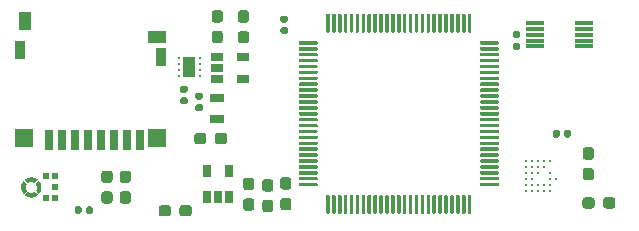
<source format=gbr>
G04 #@! TF.GenerationSoftware,KiCad,Pcbnew,(5.1.6)-1*
G04 #@! TF.CreationDate,2021-02-18T21:14:00+09:00*
G04 #@! TF.ProjectId,guardianCam_Wifi,67756172-6469-4616-9e43-616d5f576966,rev?*
G04 #@! TF.SameCoordinates,Original*
G04 #@! TF.FileFunction,Paste,Bot*
G04 #@! TF.FilePolarity,Positive*
%FSLAX46Y46*%
G04 Gerber Fmt 4.6, Leading zero omitted, Abs format (unit mm)*
G04 Created by KiCad (PCBNEW (5.1.6)-1) date 2021-02-18 21:14:00*
%MOMM*%
%LPD*%
G01*
G04 APERTURE LIST*
%ADD10C,0.001000*%
%ADD11C,0.250000*%
%ADD12R,0.762000X1.803400*%
%ADD13R,1.498600X1.498600*%
%ADD14R,0.838200X1.549400*%
%ADD15R,1.549400X1.041400*%
%ADD16R,1.041400X1.549400*%
%ADD17R,1.498600X0.304800*%
%ADD18R,1.060000X0.650000*%
%ADD19R,0.650000X1.060000*%
%ADD20R,1.000000X1.800000*%
%ADD21R,0.250000X0.200000*%
%ADD22R,0.522000X0.600000*%
%ADD23R,1.200000X0.800000*%
G04 APERTURE END LIST*
D10*
G36*
X85370000Y-98905000D02*
G01*
X85275000Y-98810000D01*
X85300000Y-98760000D01*
X85325000Y-98705000D01*
X85340000Y-98650000D01*
X85350000Y-98590000D01*
X85353603Y-98530000D01*
X85340000Y-98410000D01*
X85301537Y-98305391D01*
X85266172Y-98247334D01*
X85365000Y-98145000D01*
X85480000Y-98030000D01*
X85540000Y-98120000D01*
X85590000Y-98220000D01*
X85620000Y-98300000D01*
X85640000Y-98390000D01*
X85650000Y-98530000D01*
X85636203Y-98690191D01*
X85590000Y-98840000D01*
X85540000Y-98945000D01*
X85485309Y-99019766D01*
X85370000Y-98905000D01*
G37*
X85370000Y-98905000D02*
X85275000Y-98810000D01*
X85300000Y-98760000D01*
X85325000Y-98705000D01*
X85340000Y-98650000D01*
X85350000Y-98590000D01*
X85353603Y-98530000D01*
X85340000Y-98410000D01*
X85301537Y-98305391D01*
X85266172Y-98247334D01*
X85365000Y-98145000D01*
X85480000Y-98030000D01*
X85540000Y-98120000D01*
X85590000Y-98220000D01*
X85620000Y-98300000D01*
X85640000Y-98390000D01*
X85650000Y-98530000D01*
X85636203Y-98690191D01*
X85590000Y-98840000D01*
X85540000Y-98945000D01*
X85485309Y-99019766D01*
X85370000Y-98905000D01*
G36*
X85225000Y-98000000D02*
G01*
X85120000Y-98105000D01*
X85070000Y-98070000D01*
X84960000Y-98030000D01*
X84840000Y-98016397D01*
X84720000Y-98030000D01*
X84615391Y-98068463D01*
X84557334Y-98108828D01*
X84460000Y-98010000D01*
X84340000Y-97890000D01*
X84435000Y-97825000D01*
X84530000Y-97780000D01*
X84610000Y-97750000D01*
X84700000Y-97730000D01*
X84780000Y-97720000D01*
X84905000Y-97720000D01*
X85000191Y-97733797D01*
X85075000Y-97750000D01*
X85150000Y-97780000D01*
X85245000Y-97825000D01*
X85339766Y-97889691D01*
X85225000Y-98000000D01*
G37*
X85225000Y-98000000D02*
X85120000Y-98105000D01*
X85070000Y-98070000D01*
X84960000Y-98030000D01*
X84840000Y-98016397D01*
X84720000Y-98030000D01*
X84615391Y-98068463D01*
X84557334Y-98108828D01*
X84460000Y-98010000D01*
X84340000Y-97890000D01*
X84435000Y-97825000D01*
X84530000Y-97780000D01*
X84610000Y-97750000D01*
X84700000Y-97730000D01*
X84780000Y-97720000D01*
X84905000Y-97720000D01*
X85000191Y-97733797D01*
X85075000Y-97750000D01*
X85150000Y-97780000D01*
X85245000Y-97825000D01*
X85339766Y-97889691D01*
X85225000Y-98000000D01*
G36*
X84310000Y-98150000D02*
G01*
X84415000Y-98250000D01*
X84380000Y-98300000D01*
X84340000Y-98410000D01*
X84326397Y-98530000D01*
X84340000Y-98650000D01*
X84378463Y-98754609D01*
X84413828Y-98817666D01*
X84315000Y-98915000D01*
X84200000Y-99030000D01*
X84135000Y-98935000D01*
X84090000Y-98840000D01*
X84060000Y-98750000D01*
X84040000Y-98670000D01*
X84030000Y-98530000D01*
X84043797Y-98369809D01*
X84090000Y-98220000D01*
X84150000Y-98105000D01*
X84194691Y-98035234D01*
X84310000Y-98150000D01*
G37*
X84310000Y-98150000D02*
X84415000Y-98250000D01*
X84380000Y-98300000D01*
X84340000Y-98410000D01*
X84326397Y-98530000D01*
X84340000Y-98650000D01*
X84378463Y-98754609D01*
X84413828Y-98817666D01*
X84315000Y-98915000D01*
X84200000Y-99030000D01*
X84135000Y-98935000D01*
X84090000Y-98840000D01*
X84060000Y-98750000D01*
X84040000Y-98670000D01*
X84030000Y-98530000D01*
X84043797Y-98369809D01*
X84090000Y-98220000D01*
X84150000Y-98105000D01*
X84194691Y-98035234D01*
X84310000Y-98150000D01*
G36*
X84455000Y-99060000D02*
G01*
X84555000Y-98960000D01*
X84610000Y-98995000D01*
X84720000Y-99035000D01*
X84720000Y-99040000D01*
X84730000Y-99035000D01*
X84835000Y-99050000D01*
X84845000Y-99053603D01*
X84845000Y-99050000D01*
X84965000Y-99035000D01*
X85064609Y-98991537D01*
X85132666Y-98956172D01*
X85230000Y-99055000D01*
X85345000Y-99165000D01*
X85250000Y-99230000D01*
X85150000Y-99280000D01*
X85060000Y-99310000D01*
X84980000Y-99330000D01*
X84840000Y-99340000D01*
X84679809Y-99326203D01*
X84530000Y-99280000D01*
X84440000Y-99235000D01*
X84340234Y-99170309D01*
X84455000Y-99060000D01*
G37*
X84455000Y-99060000D02*
X84555000Y-98960000D01*
X84610000Y-98995000D01*
X84720000Y-99035000D01*
X84720000Y-99040000D01*
X84730000Y-99035000D01*
X84835000Y-99050000D01*
X84845000Y-99053603D01*
X84845000Y-99050000D01*
X84965000Y-99035000D01*
X85064609Y-98991537D01*
X85132666Y-98956172D01*
X85230000Y-99055000D01*
X85345000Y-99165000D01*
X85250000Y-99230000D01*
X85150000Y-99280000D01*
X85060000Y-99310000D01*
X84980000Y-99330000D01*
X84840000Y-99340000D01*
X84679809Y-99326203D01*
X84530000Y-99280000D01*
X84440000Y-99235000D01*
X84340234Y-99170309D01*
X84455000Y-99060000D01*
D11*
X129300000Y-97830000D03*
X128800000Y-98830000D03*
X128800000Y-98330000D03*
X128800000Y-97830000D03*
X128800000Y-97330000D03*
X128800000Y-96330000D03*
X128300000Y-98830000D03*
X128300000Y-98330000D03*
X128300000Y-96830000D03*
X128300000Y-96330000D03*
X127800000Y-98830000D03*
X127800000Y-98330000D03*
X127800000Y-97330000D03*
X127800000Y-96830000D03*
X127800000Y-96330000D03*
X127300000Y-98830000D03*
X127300000Y-98330000D03*
X127300000Y-97830000D03*
X127300000Y-97330000D03*
X127300000Y-96830000D03*
X127300000Y-96330000D03*
X126800000Y-98830000D03*
X126800000Y-98330000D03*
X126800000Y-97830000D03*
X126800000Y-97330000D03*
X126800000Y-96830000D03*
X126800000Y-96330000D03*
G36*
G01*
X129615000Y-93847500D02*
X129615000Y-94192500D01*
G75*
G02*
X129467500Y-94340000I-147500J0D01*
G01*
X129172500Y-94340000D01*
G75*
G02*
X129025000Y-94192500I0J147500D01*
G01*
X129025000Y-93847500D01*
G75*
G02*
X129172500Y-93700000I147500J0D01*
G01*
X129467500Y-93700000D01*
G75*
G02*
X129615000Y-93847500I0J-147500D01*
G01*
G37*
G36*
G01*
X130585000Y-93847500D02*
X130585000Y-94192500D01*
G75*
G02*
X130437500Y-94340000I-147500J0D01*
G01*
X130142500Y-94340000D01*
G75*
G02*
X129995000Y-94192500I0J147500D01*
G01*
X129995000Y-93847500D01*
G75*
G02*
X130142500Y-93700000I147500J0D01*
G01*
X130437500Y-93700000D01*
G75*
G02*
X130585000Y-93847500I0J-147500D01*
G01*
G37*
G36*
G01*
X89135000Y-100327500D02*
X89135000Y-100672500D01*
G75*
G02*
X88987500Y-100820000I-147500J0D01*
G01*
X88692500Y-100820000D01*
G75*
G02*
X88545000Y-100672500I0J147500D01*
G01*
X88545000Y-100327500D01*
G75*
G02*
X88692500Y-100180000I147500J0D01*
G01*
X88987500Y-100180000D01*
G75*
G02*
X89135000Y-100327500I0J-147500D01*
G01*
G37*
G36*
G01*
X90105000Y-100327500D02*
X90105000Y-100672500D01*
G75*
G02*
X89957500Y-100820000I-147500J0D01*
G01*
X89662500Y-100820000D01*
G75*
G02*
X89515000Y-100672500I0J147500D01*
G01*
X89515000Y-100327500D01*
G75*
G02*
X89662500Y-100180000I147500J0D01*
G01*
X89957500Y-100180000D01*
G75*
G02*
X90105000Y-100327500I0J-147500D01*
G01*
G37*
D12*
X94039288Y-94540701D03*
X92939288Y-94540701D03*
X91839287Y-94540701D03*
X90739287Y-94540701D03*
X89639289Y-94540701D03*
X88539289Y-94540701D03*
X87439289Y-94540701D03*
X86339288Y-94540701D03*
D13*
X95515000Y-94388301D03*
X84265000Y-94388301D03*
D14*
X95845208Y-87563702D03*
X83934792Y-86913701D03*
D15*
X95489684Y-85809700D03*
D16*
X84335706Y-84488702D03*
G36*
G01*
X126132500Y-85940000D02*
X125787500Y-85940000D01*
G75*
G02*
X125640000Y-85792500I0J147500D01*
G01*
X125640000Y-85497500D01*
G75*
G02*
X125787500Y-85350000I147500J0D01*
G01*
X126132500Y-85350000D01*
G75*
G02*
X126280000Y-85497500I0J-147500D01*
G01*
X126280000Y-85792500D01*
G75*
G02*
X126132500Y-85940000I-147500J0D01*
G01*
G37*
G36*
G01*
X126132500Y-86910000D02*
X125787500Y-86910000D01*
G75*
G02*
X125640000Y-86762500I0J147500D01*
G01*
X125640000Y-86467500D01*
G75*
G02*
X125787500Y-86320000I147500J0D01*
G01*
X126132500Y-86320000D01*
G75*
G02*
X126280000Y-86467500I0J-147500D01*
G01*
X126280000Y-86762500D01*
G75*
G02*
X126132500Y-86910000I-147500J0D01*
G01*
G37*
G36*
G01*
X106452500Y-84605000D02*
X106107500Y-84605000D01*
G75*
G02*
X105960000Y-84457500I0J147500D01*
G01*
X105960000Y-84162500D01*
G75*
G02*
X106107500Y-84015000I147500J0D01*
G01*
X106452500Y-84015000D01*
G75*
G02*
X106600000Y-84162500I0J-147500D01*
G01*
X106600000Y-84457500D01*
G75*
G02*
X106452500Y-84605000I-147500J0D01*
G01*
G37*
G36*
G01*
X106452500Y-85575000D02*
X106107500Y-85575000D01*
G75*
G02*
X105960000Y-85427500I0J147500D01*
G01*
X105960000Y-85132500D01*
G75*
G02*
X106107500Y-84985000I147500J0D01*
G01*
X106452500Y-84985000D01*
G75*
G02*
X106600000Y-85132500I0J-147500D01*
G01*
X106600000Y-85427500D01*
G75*
G02*
X106452500Y-85575000I-147500J0D01*
G01*
G37*
G36*
G01*
X98907500Y-91510000D02*
X99252500Y-91510000D01*
G75*
G02*
X99400000Y-91657500I0J-147500D01*
G01*
X99400000Y-91952500D01*
G75*
G02*
X99252500Y-92100000I-147500J0D01*
G01*
X98907500Y-92100000D01*
G75*
G02*
X98760000Y-91952500I0J147500D01*
G01*
X98760000Y-91657500D01*
G75*
G02*
X98907500Y-91510000I147500J0D01*
G01*
G37*
G36*
G01*
X98907500Y-90540000D02*
X99252500Y-90540000D01*
G75*
G02*
X99400000Y-90687500I0J-147500D01*
G01*
X99400000Y-90982500D01*
G75*
G02*
X99252500Y-91130000I-147500J0D01*
G01*
X98907500Y-91130000D01*
G75*
G02*
X98760000Y-90982500I0J147500D01*
G01*
X98760000Y-90687500D01*
G75*
G02*
X98907500Y-90540000I147500J0D01*
G01*
G37*
G36*
G01*
X97627500Y-90945000D02*
X97972500Y-90945000D01*
G75*
G02*
X98120000Y-91092500I0J-147500D01*
G01*
X98120000Y-91387500D01*
G75*
G02*
X97972500Y-91535000I-147500J0D01*
G01*
X97627500Y-91535000D01*
G75*
G02*
X97480000Y-91387500I0J147500D01*
G01*
X97480000Y-91092500D01*
G75*
G02*
X97627500Y-90945000I147500J0D01*
G01*
G37*
G36*
G01*
X97627500Y-89975000D02*
X97972500Y-89975000D01*
G75*
G02*
X98120000Y-90122500I0J-147500D01*
G01*
X98120000Y-90417500D01*
G75*
G02*
X97972500Y-90565000I-147500J0D01*
G01*
X97627500Y-90565000D01*
G75*
G02*
X97480000Y-90417500I0J147500D01*
G01*
X97480000Y-90122500D01*
G75*
G02*
X97627500Y-89975000I147500J0D01*
G01*
G37*
G36*
G01*
X97410000Y-100777500D02*
X97410000Y-100302500D01*
G75*
G02*
X97647500Y-100065000I237500J0D01*
G01*
X98222500Y-100065000D01*
G75*
G02*
X98460000Y-100302500I0J-237500D01*
G01*
X98460000Y-100777500D01*
G75*
G02*
X98222500Y-101015000I-237500J0D01*
G01*
X97647500Y-101015000D01*
G75*
G02*
X97410000Y-100777500I0J237500D01*
G01*
G37*
G36*
G01*
X95660000Y-100777500D02*
X95660000Y-100302500D01*
G75*
G02*
X95897500Y-100065000I237500J0D01*
G01*
X96472500Y-100065000D01*
G75*
G02*
X96710000Y-100302500I0J-237500D01*
G01*
X96710000Y-100777500D01*
G75*
G02*
X96472500Y-101015000I-237500J0D01*
G01*
X95897500Y-101015000D01*
G75*
G02*
X95660000Y-100777500I0J237500D01*
G01*
G37*
D17*
X131667400Y-84629400D03*
X131667400Y-85112000D03*
X131667400Y-85620000D03*
X131667400Y-86128000D03*
X131667400Y-86610600D03*
X127552600Y-86610600D03*
X127552600Y-86128000D03*
X127552600Y-85620000D03*
X127552600Y-85112000D03*
X127552600Y-84629400D03*
G36*
G01*
X132277500Y-96220000D02*
X131802500Y-96220000D01*
G75*
G02*
X131565000Y-95982500I0J237500D01*
G01*
X131565000Y-95407500D01*
G75*
G02*
X131802500Y-95170000I237500J0D01*
G01*
X132277500Y-95170000D01*
G75*
G02*
X132515000Y-95407500I0J-237500D01*
G01*
X132515000Y-95982500D01*
G75*
G02*
X132277500Y-96220000I-237500J0D01*
G01*
G37*
G36*
G01*
X132277500Y-97970000D02*
X131802500Y-97970000D01*
G75*
G02*
X131565000Y-97732500I0J237500D01*
G01*
X131565000Y-97157500D01*
G75*
G02*
X131802500Y-96920000I237500J0D01*
G01*
X132277500Y-96920000D01*
G75*
G02*
X132515000Y-97157500I0J-237500D01*
G01*
X132515000Y-97732500D01*
G75*
G02*
X132277500Y-97970000I-237500J0D01*
G01*
G37*
G36*
G01*
X133280000Y-100117500D02*
X133280000Y-99642500D01*
G75*
G02*
X133517500Y-99405000I237500J0D01*
G01*
X134092500Y-99405000D01*
G75*
G02*
X134330000Y-99642500I0J-237500D01*
G01*
X134330000Y-100117500D01*
G75*
G02*
X134092500Y-100355000I-237500J0D01*
G01*
X133517500Y-100355000D01*
G75*
G02*
X133280000Y-100117500I0J237500D01*
G01*
G37*
G36*
G01*
X131530000Y-100117500D02*
X131530000Y-99642500D01*
G75*
G02*
X131767500Y-99405000I237500J0D01*
G01*
X132342500Y-99405000D01*
G75*
G02*
X132580000Y-99642500I0J-237500D01*
G01*
X132580000Y-100117500D01*
G75*
G02*
X132342500Y-100355000I-237500J0D01*
G01*
X131767500Y-100355000D01*
G75*
G02*
X131530000Y-100117500I0J237500D01*
G01*
G37*
D18*
X102820000Y-89400000D03*
X102820000Y-87500000D03*
X100620000Y-87500000D03*
X100620000Y-88450000D03*
X100620000Y-89400000D03*
D19*
X101610000Y-97160000D03*
X99710000Y-97160000D03*
X99710000Y-99360000D03*
X100660000Y-99360000D03*
X101610000Y-99360000D03*
D20*
X98270000Y-88400000D03*
D21*
X99120000Y-87650000D03*
X99120000Y-88150000D03*
X99120000Y-88650000D03*
X99120000Y-89150000D03*
X97420000Y-87650000D03*
X97420000Y-88150000D03*
X97420000Y-88650000D03*
X97420000Y-89150000D03*
G36*
G01*
X107590000Y-86180000D02*
X109040000Y-86180000D01*
G75*
G02*
X109115000Y-86255000I0J-75000D01*
G01*
X109115000Y-86405000D01*
G75*
G02*
X109040000Y-86480000I-75000J0D01*
G01*
X107590000Y-86480000D01*
G75*
G02*
X107515000Y-86405000I0J75000D01*
G01*
X107515000Y-86255000D01*
G75*
G02*
X107590000Y-86180000I75000J0D01*
G01*
G37*
G36*
G01*
X107590000Y-86680000D02*
X109040000Y-86680000D01*
G75*
G02*
X109115000Y-86755000I0J-75000D01*
G01*
X109115000Y-86905000D01*
G75*
G02*
X109040000Y-86980000I-75000J0D01*
G01*
X107590000Y-86980000D01*
G75*
G02*
X107515000Y-86905000I0J75000D01*
G01*
X107515000Y-86755000D01*
G75*
G02*
X107590000Y-86680000I75000J0D01*
G01*
G37*
G36*
G01*
X107590000Y-87180000D02*
X109040000Y-87180000D01*
G75*
G02*
X109115000Y-87255000I0J-75000D01*
G01*
X109115000Y-87405000D01*
G75*
G02*
X109040000Y-87480000I-75000J0D01*
G01*
X107590000Y-87480000D01*
G75*
G02*
X107515000Y-87405000I0J75000D01*
G01*
X107515000Y-87255000D01*
G75*
G02*
X107590000Y-87180000I75000J0D01*
G01*
G37*
G36*
G01*
X107590000Y-87680000D02*
X109040000Y-87680000D01*
G75*
G02*
X109115000Y-87755000I0J-75000D01*
G01*
X109115000Y-87905000D01*
G75*
G02*
X109040000Y-87980000I-75000J0D01*
G01*
X107590000Y-87980000D01*
G75*
G02*
X107515000Y-87905000I0J75000D01*
G01*
X107515000Y-87755000D01*
G75*
G02*
X107590000Y-87680000I75000J0D01*
G01*
G37*
G36*
G01*
X107590000Y-88180000D02*
X109040000Y-88180000D01*
G75*
G02*
X109115000Y-88255000I0J-75000D01*
G01*
X109115000Y-88405000D01*
G75*
G02*
X109040000Y-88480000I-75000J0D01*
G01*
X107590000Y-88480000D01*
G75*
G02*
X107515000Y-88405000I0J75000D01*
G01*
X107515000Y-88255000D01*
G75*
G02*
X107590000Y-88180000I75000J0D01*
G01*
G37*
G36*
G01*
X107590000Y-88680000D02*
X109040000Y-88680000D01*
G75*
G02*
X109115000Y-88755000I0J-75000D01*
G01*
X109115000Y-88905000D01*
G75*
G02*
X109040000Y-88980000I-75000J0D01*
G01*
X107590000Y-88980000D01*
G75*
G02*
X107515000Y-88905000I0J75000D01*
G01*
X107515000Y-88755000D01*
G75*
G02*
X107590000Y-88680000I75000J0D01*
G01*
G37*
G36*
G01*
X107590000Y-89180000D02*
X109040000Y-89180000D01*
G75*
G02*
X109115000Y-89255000I0J-75000D01*
G01*
X109115000Y-89405000D01*
G75*
G02*
X109040000Y-89480000I-75000J0D01*
G01*
X107590000Y-89480000D01*
G75*
G02*
X107515000Y-89405000I0J75000D01*
G01*
X107515000Y-89255000D01*
G75*
G02*
X107590000Y-89180000I75000J0D01*
G01*
G37*
G36*
G01*
X107590000Y-89680000D02*
X109040000Y-89680000D01*
G75*
G02*
X109115000Y-89755000I0J-75000D01*
G01*
X109115000Y-89905000D01*
G75*
G02*
X109040000Y-89980000I-75000J0D01*
G01*
X107590000Y-89980000D01*
G75*
G02*
X107515000Y-89905000I0J75000D01*
G01*
X107515000Y-89755000D01*
G75*
G02*
X107590000Y-89680000I75000J0D01*
G01*
G37*
G36*
G01*
X107590000Y-90180000D02*
X109040000Y-90180000D01*
G75*
G02*
X109115000Y-90255000I0J-75000D01*
G01*
X109115000Y-90405000D01*
G75*
G02*
X109040000Y-90480000I-75000J0D01*
G01*
X107590000Y-90480000D01*
G75*
G02*
X107515000Y-90405000I0J75000D01*
G01*
X107515000Y-90255000D01*
G75*
G02*
X107590000Y-90180000I75000J0D01*
G01*
G37*
G36*
G01*
X107590000Y-90680000D02*
X109040000Y-90680000D01*
G75*
G02*
X109115000Y-90755000I0J-75000D01*
G01*
X109115000Y-90905000D01*
G75*
G02*
X109040000Y-90980000I-75000J0D01*
G01*
X107590000Y-90980000D01*
G75*
G02*
X107515000Y-90905000I0J75000D01*
G01*
X107515000Y-90755000D01*
G75*
G02*
X107590000Y-90680000I75000J0D01*
G01*
G37*
G36*
G01*
X107590000Y-91180000D02*
X109040000Y-91180000D01*
G75*
G02*
X109115000Y-91255000I0J-75000D01*
G01*
X109115000Y-91405000D01*
G75*
G02*
X109040000Y-91480000I-75000J0D01*
G01*
X107590000Y-91480000D01*
G75*
G02*
X107515000Y-91405000I0J75000D01*
G01*
X107515000Y-91255000D01*
G75*
G02*
X107590000Y-91180000I75000J0D01*
G01*
G37*
G36*
G01*
X107590000Y-91680000D02*
X109040000Y-91680000D01*
G75*
G02*
X109115000Y-91755000I0J-75000D01*
G01*
X109115000Y-91905000D01*
G75*
G02*
X109040000Y-91980000I-75000J0D01*
G01*
X107590000Y-91980000D01*
G75*
G02*
X107515000Y-91905000I0J75000D01*
G01*
X107515000Y-91755000D01*
G75*
G02*
X107590000Y-91680000I75000J0D01*
G01*
G37*
G36*
G01*
X107590000Y-92180000D02*
X109040000Y-92180000D01*
G75*
G02*
X109115000Y-92255000I0J-75000D01*
G01*
X109115000Y-92405000D01*
G75*
G02*
X109040000Y-92480000I-75000J0D01*
G01*
X107590000Y-92480000D01*
G75*
G02*
X107515000Y-92405000I0J75000D01*
G01*
X107515000Y-92255000D01*
G75*
G02*
X107590000Y-92180000I75000J0D01*
G01*
G37*
G36*
G01*
X107590000Y-92680000D02*
X109040000Y-92680000D01*
G75*
G02*
X109115000Y-92755000I0J-75000D01*
G01*
X109115000Y-92905000D01*
G75*
G02*
X109040000Y-92980000I-75000J0D01*
G01*
X107590000Y-92980000D01*
G75*
G02*
X107515000Y-92905000I0J75000D01*
G01*
X107515000Y-92755000D01*
G75*
G02*
X107590000Y-92680000I75000J0D01*
G01*
G37*
G36*
G01*
X107590000Y-93180000D02*
X109040000Y-93180000D01*
G75*
G02*
X109115000Y-93255000I0J-75000D01*
G01*
X109115000Y-93405000D01*
G75*
G02*
X109040000Y-93480000I-75000J0D01*
G01*
X107590000Y-93480000D01*
G75*
G02*
X107515000Y-93405000I0J75000D01*
G01*
X107515000Y-93255000D01*
G75*
G02*
X107590000Y-93180000I75000J0D01*
G01*
G37*
G36*
G01*
X107590000Y-93680000D02*
X109040000Y-93680000D01*
G75*
G02*
X109115000Y-93755000I0J-75000D01*
G01*
X109115000Y-93905000D01*
G75*
G02*
X109040000Y-93980000I-75000J0D01*
G01*
X107590000Y-93980000D01*
G75*
G02*
X107515000Y-93905000I0J75000D01*
G01*
X107515000Y-93755000D01*
G75*
G02*
X107590000Y-93680000I75000J0D01*
G01*
G37*
G36*
G01*
X107590000Y-94180000D02*
X109040000Y-94180000D01*
G75*
G02*
X109115000Y-94255000I0J-75000D01*
G01*
X109115000Y-94405000D01*
G75*
G02*
X109040000Y-94480000I-75000J0D01*
G01*
X107590000Y-94480000D01*
G75*
G02*
X107515000Y-94405000I0J75000D01*
G01*
X107515000Y-94255000D01*
G75*
G02*
X107590000Y-94180000I75000J0D01*
G01*
G37*
G36*
G01*
X107590000Y-94680000D02*
X109040000Y-94680000D01*
G75*
G02*
X109115000Y-94755000I0J-75000D01*
G01*
X109115000Y-94905000D01*
G75*
G02*
X109040000Y-94980000I-75000J0D01*
G01*
X107590000Y-94980000D01*
G75*
G02*
X107515000Y-94905000I0J75000D01*
G01*
X107515000Y-94755000D01*
G75*
G02*
X107590000Y-94680000I75000J0D01*
G01*
G37*
G36*
G01*
X107590000Y-95180000D02*
X109040000Y-95180000D01*
G75*
G02*
X109115000Y-95255000I0J-75000D01*
G01*
X109115000Y-95405000D01*
G75*
G02*
X109040000Y-95480000I-75000J0D01*
G01*
X107590000Y-95480000D01*
G75*
G02*
X107515000Y-95405000I0J75000D01*
G01*
X107515000Y-95255000D01*
G75*
G02*
X107590000Y-95180000I75000J0D01*
G01*
G37*
G36*
G01*
X107590000Y-95680000D02*
X109040000Y-95680000D01*
G75*
G02*
X109115000Y-95755000I0J-75000D01*
G01*
X109115000Y-95905000D01*
G75*
G02*
X109040000Y-95980000I-75000J0D01*
G01*
X107590000Y-95980000D01*
G75*
G02*
X107515000Y-95905000I0J75000D01*
G01*
X107515000Y-95755000D01*
G75*
G02*
X107590000Y-95680000I75000J0D01*
G01*
G37*
G36*
G01*
X107590000Y-96180000D02*
X109040000Y-96180000D01*
G75*
G02*
X109115000Y-96255000I0J-75000D01*
G01*
X109115000Y-96405000D01*
G75*
G02*
X109040000Y-96480000I-75000J0D01*
G01*
X107590000Y-96480000D01*
G75*
G02*
X107515000Y-96405000I0J75000D01*
G01*
X107515000Y-96255000D01*
G75*
G02*
X107590000Y-96180000I75000J0D01*
G01*
G37*
G36*
G01*
X107590000Y-96680000D02*
X109040000Y-96680000D01*
G75*
G02*
X109115000Y-96755000I0J-75000D01*
G01*
X109115000Y-96905000D01*
G75*
G02*
X109040000Y-96980000I-75000J0D01*
G01*
X107590000Y-96980000D01*
G75*
G02*
X107515000Y-96905000I0J75000D01*
G01*
X107515000Y-96755000D01*
G75*
G02*
X107590000Y-96680000I75000J0D01*
G01*
G37*
G36*
G01*
X107590000Y-97180000D02*
X109040000Y-97180000D01*
G75*
G02*
X109115000Y-97255000I0J-75000D01*
G01*
X109115000Y-97405000D01*
G75*
G02*
X109040000Y-97480000I-75000J0D01*
G01*
X107590000Y-97480000D01*
G75*
G02*
X107515000Y-97405000I0J75000D01*
G01*
X107515000Y-97255000D01*
G75*
G02*
X107590000Y-97180000I75000J0D01*
G01*
G37*
G36*
G01*
X107590000Y-97680000D02*
X109040000Y-97680000D01*
G75*
G02*
X109115000Y-97755000I0J-75000D01*
G01*
X109115000Y-97905000D01*
G75*
G02*
X109040000Y-97980000I-75000J0D01*
G01*
X107590000Y-97980000D01*
G75*
G02*
X107515000Y-97905000I0J75000D01*
G01*
X107515000Y-97755000D01*
G75*
G02*
X107590000Y-97680000I75000J0D01*
G01*
G37*
G36*
G01*
X107590000Y-98180000D02*
X109040000Y-98180000D01*
G75*
G02*
X109115000Y-98255000I0J-75000D01*
G01*
X109115000Y-98405000D01*
G75*
G02*
X109040000Y-98480000I-75000J0D01*
G01*
X107590000Y-98480000D01*
G75*
G02*
X107515000Y-98405000I0J75000D01*
G01*
X107515000Y-98255000D01*
G75*
G02*
X107590000Y-98180000I75000J0D01*
G01*
G37*
G36*
G01*
X109915000Y-99205000D02*
X110065000Y-99205000D01*
G75*
G02*
X110140000Y-99280000I0J-75000D01*
G01*
X110140000Y-100730000D01*
G75*
G02*
X110065000Y-100805000I-75000J0D01*
G01*
X109915000Y-100805000D01*
G75*
G02*
X109840000Y-100730000I0J75000D01*
G01*
X109840000Y-99280000D01*
G75*
G02*
X109915000Y-99205000I75000J0D01*
G01*
G37*
G36*
G01*
X110415000Y-99205000D02*
X110565000Y-99205000D01*
G75*
G02*
X110640000Y-99280000I0J-75000D01*
G01*
X110640000Y-100730000D01*
G75*
G02*
X110565000Y-100805000I-75000J0D01*
G01*
X110415000Y-100805000D01*
G75*
G02*
X110340000Y-100730000I0J75000D01*
G01*
X110340000Y-99280000D01*
G75*
G02*
X110415000Y-99205000I75000J0D01*
G01*
G37*
G36*
G01*
X110915000Y-99205000D02*
X111065000Y-99205000D01*
G75*
G02*
X111140000Y-99280000I0J-75000D01*
G01*
X111140000Y-100730000D01*
G75*
G02*
X111065000Y-100805000I-75000J0D01*
G01*
X110915000Y-100805000D01*
G75*
G02*
X110840000Y-100730000I0J75000D01*
G01*
X110840000Y-99280000D01*
G75*
G02*
X110915000Y-99205000I75000J0D01*
G01*
G37*
G36*
G01*
X111415000Y-99205000D02*
X111565000Y-99205000D01*
G75*
G02*
X111640000Y-99280000I0J-75000D01*
G01*
X111640000Y-100730000D01*
G75*
G02*
X111565000Y-100805000I-75000J0D01*
G01*
X111415000Y-100805000D01*
G75*
G02*
X111340000Y-100730000I0J75000D01*
G01*
X111340000Y-99280000D01*
G75*
G02*
X111415000Y-99205000I75000J0D01*
G01*
G37*
G36*
G01*
X111915000Y-99205000D02*
X112065000Y-99205000D01*
G75*
G02*
X112140000Y-99280000I0J-75000D01*
G01*
X112140000Y-100730000D01*
G75*
G02*
X112065000Y-100805000I-75000J0D01*
G01*
X111915000Y-100805000D01*
G75*
G02*
X111840000Y-100730000I0J75000D01*
G01*
X111840000Y-99280000D01*
G75*
G02*
X111915000Y-99205000I75000J0D01*
G01*
G37*
G36*
G01*
X112415000Y-99205000D02*
X112565000Y-99205000D01*
G75*
G02*
X112640000Y-99280000I0J-75000D01*
G01*
X112640000Y-100730000D01*
G75*
G02*
X112565000Y-100805000I-75000J0D01*
G01*
X112415000Y-100805000D01*
G75*
G02*
X112340000Y-100730000I0J75000D01*
G01*
X112340000Y-99280000D01*
G75*
G02*
X112415000Y-99205000I75000J0D01*
G01*
G37*
G36*
G01*
X112915000Y-99205000D02*
X113065000Y-99205000D01*
G75*
G02*
X113140000Y-99280000I0J-75000D01*
G01*
X113140000Y-100730000D01*
G75*
G02*
X113065000Y-100805000I-75000J0D01*
G01*
X112915000Y-100805000D01*
G75*
G02*
X112840000Y-100730000I0J75000D01*
G01*
X112840000Y-99280000D01*
G75*
G02*
X112915000Y-99205000I75000J0D01*
G01*
G37*
G36*
G01*
X113415000Y-99205000D02*
X113565000Y-99205000D01*
G75*
G02*
X113640000Y-99280000I0J-75000D01*
G01*
X113640000Y-100730000D01*
G75*
G02*
X113565000Y-100805000I-75000J0D01*
G01*
X113415000Y-100805000D01*
G75*
G02*
X113340000Y-100730000I0J75000D01*
G01*
X113340000Y-99280000D01*
G75*
G02*
X113415000Y-99205000I75000J0D01*
G01*
G37*
G36*
G01*
X113915000Y-99205000D02*
X114065000Y-99205000D01*
G75*
G02*
X114140000Y-99280000I0J-75000D01*
G01*
X114140000Y-100730000D01*
G75*
G02*
X114065000Y-100805000I-75000J0D01*
G01*
X113915000Y-100805000D01*
G75*
G02*
X113840000Y-100730000I0J75000D01*
G01*
X113840000Y-99280000D01*
G75*
G02*
X113915000Y-99205000I75000J0D01*
G01*
G37*
G36*
G01*
X114415000Y-99205000D02*
X114565000Y-99205000D01*
G75*
G02*
X114640000Y-99280000I0J-75000D01*
G01*
X114640000Y-100730000D01*
G75*
G02*
X114565000Y-100805000I-75000J0D01*
G01*
X114415000Y-100805000D01*
G75*
G02*
X114340000Y-100730000I0J75000D01*
G01*
X114340000Y-99280000D01*
G75*
G02*
X114415000Y-99205000I75000J0D01*
G01*
G37*
G36*
G01*
X114915000Y-99205000D02*
X115065000Y-99205000D01*
G75*
G02*
X115140000Y-99280000I0J-75000D01*
G01*
X115140000Y-100730000D01*
G75*
G02*
X115065000Y-100805000I-75000J0D01*
G01*
X114915000Y-100805000D01*
G75*
G02*
X114840000Y-100730000I0J75000D01*
G01*
X114840000Y-99280000D01*
G75*
G02*
X114915000Y-99205000I75000J0D01*
G01*
G37*
G36*
G01*
X115415000Y-99205000D02*
X115565000Y-99205000D01*
G75*
G02*
X115640000Y-99280000I0J-75000D01*
G01*
X115640000Y-100730000D01*
G75*
G02*
X115565000Y-100805000I-75000J0D01*
G01*
X115415000Y-100805000D01*
G75*
G02*
X115340000Y-100730000I0J75000D01*
G01*
X115340000Y-99280000D01*
G75*
G02*
X115415000Y-99205000I75000J0D01*
G01*
G37*
G36*
G01*
X115915000Y-99205000D02*
X116065000Y-99205000D01*
G75*
G02*
X116140000Y-99280000I0J-75000D01*
G01*
X116140000Y-100730000D01*
G75*
G02*
X116065000Y-100805000I-75000J0D01*
G01*
X115915000Y-100805000D01*
G75*
G02*
X115840000Y-100730000I0J75000D01*
G01*
X115840000Y-99280000D01*
G75*
G02*
X115915000Y-99205000I75000J0D01*
G01*
G37*
G36*
G01*
X116415000Y-99205000D02*
X116565000Y-99205000D01*
G75*
G02*
X116640000Y-99280000I0J-75000D01*
G01*
X116640000Y-100730000D01*
G75*
G02*
X116565000Y-100805000I-75000J0D01*
G01*
X116415000Y-100805000D01*
G75*
G02*
X116340000Y-100730000I0J75000D01*
G01*
X116340000Y-99280000D01*
G75*
G02*
X116415000Y-99205000I75000J0D01*
G01*
G37*
G36*
G01*
X116915000Y-99205000D02*
X117065000Y-99205000D01*
G75*
G02*
X117140000Y-99280000I0J-75000D01*
G01*
X117140000Y-100730000D01*
G75*
G02*
X117065000Y-100805000I-75000J0D01*
G01*
X116915000Y-100805000D01*
G75*
G02*
X116840000Y-100730000I0J75000D01*
G01*
X116840000Y-99280000D01*
G75*
G02*
X116915000Y-99205000I75000J0D01*
G01*
G37*
G36*
G01*
X117415000Y-99205000D02*
X117565000Y-99205000D01*
G75*
G02*
X117640000Y-99280000I0J-75000D01*
G01*
X117640000Y-100730000D01*
G75*
G02*
X117565000Y-100805000I-75000J0D01*
G01*
X117415000Y-100805000D01*
G75*
G02*
X117340000Y-100730000I0J75000D01*
G01*
X117340000Y-99280000D01*
G75*
G02*
X117415000Y-99205000I75000J0D01*
G01*
G37*
G36*
G01*
X117915000Y-99205000D02*
X118065000Y-99205000D01*
G75*
G02*
X118140000Y-99280000I0J-75000D01*
G01*
X118140000Y-100730000D01*
G75*
G02*
X118065000Y-100805000I-75000J0D01*
G01*
X117915000Y-100805000D01*
G75*
G02*
X117840000Y-100730000I0J75000D01*
G01*
X117840000Y-99280000D01*
G75*
G02*
X117915000Y-99205000I75000J0D01*
G01*
G37*
G36*
G01*
X118415000Y-99205000D02*
X118565000Y-99205000D01*
G75*
G02*
X118640000Y-99280000I0J-75000D01*
G01*
X118640000Y-100730000D01*
G75*
G02*
X118565000Y-100805000I-75000J0D01*
G01*
X118415000Y-100805000D01*
G75*
G02*
X118340000Y-100730000I0J75000D01*
G01*
X118340000Y-99280000D01*
G75*
G02*
X118415000Y-99205000I75000J0D01*
G01*
G37*
G36*
G01*
X118915000Y-99205000D02*
X119065000Y-99205000D01*
G75*
G02*
X119140000Y-99280000I0J-75000D01*
G01*
X119140000Y-100730000D01*
G75*
G02*
X119065000Y-100805000I-75000J0D01*
G01*
X118915000Y-100805000D01*
G75*
G02*
X118840000Y-100730000I0J75000D01*
G01*
X118840000Y-99280000D01*
G75*
G02*
X118915000Y-99205000I75000J0D01*
G01*
G37*
G36*
G01*
X119415000Y-99205000D02*
X119565000Y-99205000D01*
G75*
G02*
X119640000Y-99280000I0J-75000D01*
G01*
X119640000Y-100730000D01*
G75*
G02*
X119565000Y-100805000I-75000J0D01*
G01*
X119415000Y-100805000D01*
G75*
G02*
X119340000Y-100730000I0J75000D01*
G01*
X119340000Y-99280000D01*
G75*
G02*
X119415000Y-99205000I75000J0D01*
G01*
G37*
G36*
G01*
X119915000Y-99205000D02*
X120065000Y-99205000D01*
G75*
G02*
X120140000Y-99280000I0J-75000D01*
G01*
X120140000Y-100730000D01*
G75*
G02*
X120065000Y-100805000I-75000J0D01*
G01*
X119915000Y-100805000D01*
G75*
G02*
X119840000Y-100730000I0J75000D01*
G01*
X119840000Y-99280000D01*
G75*
G02*
X119915000Y-99205000I75000J0D01*
G01*
G37*
G36*
G01*
X120415000Y-99205000D02*
X120565000Y-99205000D01*
G75*
G02*
X120640000Y-99280000I0J-75000D01*
G01*
X120640000Y-100730000D01*
G75*
G02*
X120565000Y-100805000I-75000J0D01*
G01*
X120415000Y-100805000D01*
G75*
G02*
X120340000Y-100730000I0J75000D01*
G01*
X120340000Y-99280000D01*
G75*
G02*
X120415000Y-99205000I75000J0D01*
G01*
G37*
G36*
G01*
X120915000Y-99205000D02*
X121065000Y-99205000D01*
G75*
G02*
X121140000Y-99280000I0J-75000D01*
G01*
X121140000Y-100730000D01*
G75*
G02*
X121065000Y-100805000I-75000J0D01*
G01*
X120915000Y-100805000D01*
G75*
G02*
X120840000Y-100730000I0J75000D01*
G01*
X120840000Y-99280000D01*
G75*
G02*
X120915000Y-99205000I75000J0D01*
G01*
G37*
G36*
G01*
X121415000Y-99205000D02*
X121565000Y-99205000D01*
G75*
G02*
X121640000Y-99280000I0J-75000D01*
G01*
X121640000Y-100730000D01*
G75*
G02*
X121565000Y-100805000I-75000J0D01*
G01*
X121415000Y-100805000D01*
G75*
G02*
X121340000Y-100730000I0J75000D01*
G01*
X121340000Y-99280000D01*
G75*
G02*
X121415000Y-99205000I75000J0D01*
G01*
G37*
G36*
G01*
X121915000Y-99205000D02*
X122065000Y-99205000D01*
G75*
G02*
X122140000Y-99280000I0J-75000D01*
G01*
X122140000Y-100730000D01*
G75*
G02*
X122065000Y-100805000I-75000J0D01*
G01*
X121915000Y-100805000D01*
G75*
G02*
X121840000Y-100730000I0J75000D01*
G01*
X121840000Y-99280000D01*
G75*
G02*
X121915000Y-99205000I75000J0D01*
G01*
G37*
G36*
G01*
X122940000Y-98180000D02*
X124390000Y-98180000D01*
G75*
G02*
X124465000Y-98255000I0J-75000D01*
G01*
X124465000Y-98405000D01*
G75*
G02*
X124390000Y-98480000I-75000J0D01*
G01*
X122940000Y-98480000D01*
G75*
G02*
X122865000Y-98405000I0J75000D01*
G01*
X122865000Y-98255000D01*
G75*
G02*
X122940000Y-98180000I75000J0D01*
G01*
G37*
G36*
G01*
X122940000Y-97680000D02*
X124390000Y-97680000D01*
G75*
G02*
X124465000Y-97755000I0J-75000D01*
G01*
X124465000Y-97905000D01*
G75*
G02*
X124390000Y-97980000I-75000J0D01*
G01*
X122940000Y-97980000D01*
G75*
G02*
X122865000Y-97905000I0J75000D01*
G01*
X122865000Y-97755000D01*
G75*
G02*
X122940000Y-97680000I75000J0D01*
G01*
G37*
G36*
G01*
X122940000Y-97180000D02*
X124390000Y-97180000D01*
G75*
G02*
X124465000Y-97255000I0J-75000D01*
G01*
X124465000Y-97405000D01*
G75*
G02*
X124390000Y-97480000I-75000J0D01*
G01*
X122940000Y-97480000D01*
G75*
G02*
X122865000Y-97405000I0J75000D01*
G01*
X122865000Y-97255000D01*
G75*
G02*
X122940000Y-97180000I75000J0D01*
G01*
G37*
G36*
G01*
X122940000Y-96680000D02*
X124390000Y-96680000D01*
G75*
G02*
X124465000Y-96755000I0J-75000D01*
G01*
X124465000Y-96905000D01*
G75*
G02*
X124390000Y-96980000I-75000J0D01*
G01*
X122940000Y-96980000D01*
G75*
G02*
X122865000Y-96905000I0J75000D01*
G01*
X122865000Y-96755000D01*
G75*
G02*
X122940000Y-96680000I75000J0D01*
G01*
G37*
G36*
G01*
X122940000Y-96180000D02*
X124390000Y-96180000D01*
G75*
G02*
X124465000Y-96255000I0J-75000D01*
G01*
X124465000Y-96405000D01*
G75*
G02*
X124390000Y-96480000I-75000J0D01*
G01*
X122940000Y-96480000D01*
G75*
G02*
X122865000Y-96405000I0J75000D01*
G01*
X122865000Y-96255000D01*
G75*
G02*
X122940000Y-96180000I75000J0D01*
G01*
G37*
G36*
G01*
X122940000Y-95680000D02*
X124390000Y-95680000D01*
G75*
G02*
X124465000Y-95755000I0J-75000D01*
G01*
X124465000Y-95905000D01*
G75*
G02*
X124390000Y-95980000I-75000J0D01*
G01*
X122940000Y-95980000D01*
G75*
G02*
X122865000Y-95905000I0J75000D01*
G01*
X122865000Y-95755000D01*
G75*
G02*
X122940000Y-95680000I75000J0D01*
G01*
G37*
G36*
G01*
X122940000Y-95180000D02*
X124390000Y-95180000D01*
G75*
G02*
X124465000Y-95255000I0J-75000D01*
G01*
X124465000Y-95405000D01*
G75*
G02*
X124390000Y-95480000I-75000J0D01*
G01*
X122940000Y-95480000D01*
G75*
G02*
X122865000Y-95405000I0J75000D01*
G01*
X122865000Y-95255000D01*
G75*
G02*
X122940000Y-95180000I75000J0D01*
G01*
G37*
G36*
G01*
X122940000Y-94680000D02*
X124390000Y-94680000D01*
G75*
G02*
X124465000Y-94755000I0J-75000D01*
G01*
X124465000Y-94905000D01*
G75*
G02*
X124390000Y-94980000I-75000J0D01*
G01*
X122940000Y-94980000D01*
G75*
G02*
X122865000Y-94905000I0J75000D01*
G01*
X122865000Y-94755000D01*
G75*
G02*
X122940000Y-94680000I75000J0D01*
G01*
G37*
G36*
G01*
X122940000Y-94180000D02*
X124390000Y-94180000D01*
G75*
G02*
X124465000Y-94255000I0J-75000D01*
G01*
X124465000Y-94405000D01*
G75*
G02*
X124390000Y-94480000I-75000J0D01*
G01*
X122940000Y-94480000D01*
G75*
G02*
X122865000Y-94405000I0J75000D01*
G01*
X122865000Y-94255000D01*
G75*
G02*
X122940000Y-94180000I75000J0D01*
G01*
G37*
G36*
G01*
X122940000Y-93680000D02*
X124390000Y-93680000D01*
G75*
G02*
X124465000Y-93755000I0J-75000D01*
G01*
X124465000Y-93905000D01*
G75*
G02*
X124390000Y-93980000I-75000J0D01*
G01*
X122940000Y-93980000D01*
G75*
G02*
X122865000Y-93905000I0J75000D01*
G01*
X122865000Y-93755000D01*
G75*
G02*
X122940000Y-93680000I75000J0D01*
G01*
G37*
G36*
G01*
X122940000Y-93180000D02*
X124390000Y-93180000D01*
G75*
G02*
X124465000Y-93255000I0J-75000D01*
G01*
X124465000Y-93405000D01*
G75*
G02*
X124390000Y-93480000I-75000J0D01*
G01*
X122940000Y-93480000D01*
G75*
G02*
X122865000Y-93405000I0J75000D01*
G01*
X122865000Y-93255000D01*
G75*
G02*
X122940000Y-93180000I75000J0D01*
G01*
G37*
G36*
G01*
X122940000Y-92680000D02*
X124390000Y-92680000D01*
G75*
G02*
X124465000Y-92755000I0J-75000D01*
G01*
X124465000Y-92905000D01*
G75*
G02*
X124390000Y-92980000I-75000J0D01*
G01*
X122940000Y-92980000D01*
G75*
G02*
X122865000Y-92905000I0J75000D01*
G01*
X122865000Y-92755000D01*
G75*
G02*
X122940000Y-92680000I75000J0D01*
G01*
G37*
G36*
G01*
X122940000Y-92180000D02*
X124390000Y-92180000D01*
G75*
G02*
X124465000Y-92255000I0J-75000D01*
G01*
X124465000Y-92405000D01*
G75*
G02*
X124390000Y-92480000I-75000J0D01*
G01*
X122940000Y-92480000D01*
G75*
G02*
X122865000Y-92405000I0J75000D01*
G01*
X122865000Y-92255000D01*
G75*
G02*
X122940000Y-92180000I75000J0D01*
G01*
G37*
G36*
G01*
X122940000Y-91680000D02*
X124390000Y-91680000D01*
G75*
G02*
X124465000Y-91755000I0J-75000D01*
G01*
X124465000Y-91905000D01*
G75*
G02*
X124390000Y-91980000I-75000J0D01*
G01*
X122940000Y-91980000D01*
G75*
G02*
X122865000Y-91905000I0J75000D01*
G01*
X122865000Y-91755000D01*
G75*
G02*
X122940000Y-91680000I75000J0D01*
G01*
G37*
G36*
G01*
X122940000Y-91180000D02*
X124390000Y-91180000D01*
G75*
G02*
X124465000Y-91255000I0J-75000D01*
G01*
X124465000Y-91405000D01*
G75*
G02*
X124390000Y-91480000I-75000J0D01*
G01*
X122940000Y-91480000D01*
G75*
G02*
X122865000Y-91405000I0J75000D01*
G01*
X122865000Y-91255000D01*
G75*
G02*
X122940000Y-91180000I75000J0D01*
G01*
G37*
G36*
G01*
X122940000Y-90680000D02*
X124390000Y-90680000D01*
G75*
G02*
X124465000Y-90755000I0J-75000D01*
G01*
X124465000Y-90905000D01*
G75*
G02*
X124390000Y-90980000I-75000J0D01*
G01*
X122940000Y-90980000D01*
G75*
G02*
X122865000Y-90905000I0J75000D01*
G01*
X122865000Y-90755000D01*
G75*
G02*
X122940000Y-90680000I75000J0D01*
G01*
G37*
G36*
G01*
X122940000Y-90180000D02*
X124390000Y-90180000D01*
G75*
G02*
X124465000Y-90255000I0J-75000D01*
G01*
X124465000Y-90405000D01*
G75*
G02*
X124390000Y-90480000I-75000J0D01*
G01*
X122940000Y-90480000D01*
G75*
G02*
X122865000Y-90405000I0J75000D01*
G01*
X122865000Y-90255000D01*
G75*
G02*
X122940000Y-90180000I75000J0D01*
G01*
G37*
G36*
G01*
X122940000Y-89680000D02*
X124390000Y-89680000D01*
G75*
G02*
X124465000Y-89755000I0J-75000D01*
G01*
X124465000Y-89905000D01*
G75*
G02*
X124390000Y-89980000I-75000J0D01*
G01*
X122940000Y-89980000D01*
G75*
G02*
X122865000Y-89905000I0J75000D01*
G01*
X122865000Y-89755000D01*
G75*
G02*
X122940000Y-89680000I75000J0D01*
G01*
G37*
G36*
G01*
X122940000Y-89180000D02*
X124390000Y-89180000D01*
G75*
G02*
X124465000Y-89255000I0J-75000D01*
G01*
X124465000Y-89405000D01*
G75*
G02*
X124390000Y-89480000I-75000J0D01*
G01*
X122940000Y-89480000D01*
G75*
G02*
X122865000Y-89405000I0J75000D01*
G01*
X122865000Y-89255000D01*
G75*
G02*
X122940000Y-89180000I75000J0D01*
G01*
G37*
G36*
G01*
X122940000Y-88680000D02*
X124390000Y-88680000D01*
G75*
G02*
X124465000Y-88755000I0J-75000D01*
G01*
X124465000Y-88905000D01*
G75*
G02*
X124390000Y-88980000I-75000J0D01*
G01*
X122940000Y-88980000D01*
G75*
G02*
X122865000Y-88905000I0J75000D01*
G01*
X122865000Y-88755000D01*
G75*
G02*
X122940000Y-88680000I75000J0D01*
G01*
G37*
G36*
G01*
X122940000Y-88180000D02*
X124390000Y-88180000D01*
G75*
G02*
X124465000Y-88255000I0J-75000D01*
G01*
X124465000Y-88405000D01*
G75*
G02*
X124390000Y-88480000I-75000J0D01*
G01*
X122940000Y-88480000D01*
G75*
G02*
X122865000Y-88405000I0J75000D01*
G01*
X122865000Y-88255000D01*
G75*
G02*
X122940000Y-88180000I75000J0D01*
G01*
G37*
G36*
G01*
X122940000Y-87680000D02*
X124390000Y-87680000D01*
G75*
G02*
X124465000Y-87755000I0J-75000D01*
G01*
X124465000Y-87905000D01*
G75*
G02*
X124390000Y-87980000I-75000J0D01*
G01*
X122940000Y-87980000D01*
G75*
G02*
X122865000Y-87905000I0J75000D01*
G01*
X122865000Y-87755000D01*
G75*
G02*
X122940000Y-87680000I75000J0D01*
G01*
G37*
G36*
G01*
X122940000Y-87180000D02*
X124390000Y-87180000D01*
G75*
G02*
X124465000Y-87255000I0J-75000D01*
G01*
X124465000Y-87405000D01*
G75*
G02*
X124390000Y-87480000I-75000J0D01*
G01*
X122940000Y-87480000D01*
G75*
G02*
X122865000Y-87405000I0J75000D01*
G01*
X122865000Y-87255000D01*
G75*
G02*
X122940000Y-87180000I75000J0D01*
G01*
G37*
G36*
G01*
X122940000Y-86680000D02*
X124390000Y-86680000D01*
G75*
G02*
X124465000Y-86755000I0J-75000D01*
G01*
X124465000Y-86905000D01*
G75*
G02*
X124390000Y-86980000I-75000J0D01*
G01*
X122940000Y-86980000D01*
G75*
G02*
X122865000Y-86905000I0J75000D01*
G01*
X122865000Y-86755000D01*
G75*
G02*
X122940000Y-86680000I75000J0D01*
G01*
G37*
G36*
G01*
X122940000Y-86180000D02*
X124390000Y-86180000D01*
G75*
G02*
X124465000Y-86255000I0J-75000D01*
G01*
X124465000Y-86405000D01*
G75*
G02*
X124390000Y-86480000I-75000J0D01*
G01*
X122940000Y-86480000D01*
G75*
G02*
X122865000Y-86405000I0J75000D01*
G01*
X122865000Y-86255000D01*
G75*
G02*
X122940000Y-86180000I75000J0D01*
G01*
G37*
G36*
G01*
X121915000Y-83855000D02*
X122065000Y-83855000D01*
G75*
G02*
X122140000Y-83930000I0J-75000D01*
G01*
X122140000Y-85380000D01*
G75*
G02*
X122065000Y-85455000I-75000J0D01*
G01*
X121915000Y-85455000D01*
G75*
G02*
X121840000Y-85380000I0J75000D01*
G01*
X121840000Y-83930000D01*
G75*
G02*
X121915000Y-83855000I75000J0D01*
G01*
G37*
G36*
G01*
X121415000Y-83855000D02*
X121565000Y-83855000D01*
G75*
G02*
X121640000Y-83930000I0J-75000D01*
G01*
X121640000Y-85380000D01*
G75*
G02*
X121565000Y-85455000I-75000J0D01*
G01*
X121415000Y-85455000D01*
G75*
G02*
X121340000Y-85380000I0J75000D01*
G01*
X121340000Y-83930000D01*
G75*
G02*
X121415000Y-83855000I75000J0D01*
G01*
G37*
G36*
G01*
X120915000Y-83855000D02*
X121065000Y-83855000D01*
G75*
G02*
X121140000Y-83930000I0J-75000D01*
G01*
X121140000Y-85380000D01*
G75*
G02*
X121065000Y-85455000I-75000J0D01*
G01*
X120915000Y-85455000D01*
G75*
G02*
X120840000Y-85380000I0J75000D01*
G01*
X120840000Y-83930000D01*
G75*
G02*
X120915000Y-83855000I75000J0D01*
G01*
G37*
G36*
G01*
X120415000Y-83855000D02*
X120565000Y-83855000D01*
G75*
G02*
X120640000Y-83930000I0J-75000D01*
G01*
X120640000Y-85380000D01*
G75*
G02*
X120565000Y-85455000I-75000J0D01*
G01*
X120415000Y-85455000D01*
G75*
G02*
X120340000Y-85380000I0J75000D01*
G01*
X120340000Y-83930000D01*
G75*
G02*
X120415000Y-83855000I75000J0D01*
G01*
G37*
G36*
G01*
X119915000Y-83855000D02*
X120065000Y-83855000D01*
G75*
G02*
X120140000Y-83930000I0J-75000D01*
G01*
X120140000Y-85380000D01*
G75*
G02*
X120065000Y-85455000I-75000J0D01*
G01*
X119915000Y-85455000D01*
G75*
G02*
X119840000Y-85380000I0J75000D01*
G01*
X119840000Y-83930000D01*
G75*
G02*
X119915000Y-83855000I75000J0D01*
G01*
G37*
G36*
G01*
X119415000Y-83855000D02*
X119565000Y-83855000D01*
G75*
G02*
X119640000Y-83930000I0J-75000D01*
G01*
X119640000Y-85380000D01*
G75*
G02*
X119565000Y-85455000I-75000J0D01*
G01*
X119415000Y-85455000D01*
G75*
G02*
X119340000Y-85380000I0J75000D01*
G01*
X119340000Y-83930000D01*
G75*
G02*
X119415000Y-83855000I75000J0D01*
G01*
G37*
G36*
G01*
X118915000Y-83855000D02*
X119065000Y-83855000D01*
G75*
G02*
X119140000Y-83930000I0J-75000D01*
G01*
X119140000Y-85380000D01*
G75*
G02*
X119065000Y-85455000I-75000J0D01*
G01*
X118915000Y-85455000D01*
G75*
G02*
X118840000Y-85380000I0J75000D01*
G01*
X118840000Y-83930000D01*
G75*
G02*
X118915000Y-83855000I75000J0D01*
G01*
G37*
G36*
G01*
X118415000Y-83855000D02*
X118565000Y-83855000D01*
G75*
G02*
X118640000Y-83930000I0J-75000D01*
G01*
X118640000Y-85380000D01*
G75*
G02*
X118565000Y-85455000I-75000J0D01*
G01*
X118415000Y-85455000D01*
G75*
G02*
X118340000Y-85380000I0J75000D01*
G01*
X118340000Y-83930000D01*
G75*
G02*
X118415000Y-83855000I75000J0D01*
G01*
G37*
G36*
G01*
X117915000Y-83855000D02*
X118065000Y-83855000D01*
G75*
G02*
X118140000Y-83930000I0J-75000D01*
G01*
X118140000Y-85380000D01*
G75*
G02*
X118065000Y-85455000I-75000J0D01*
G01*
X117915000Y-85455000D01*
G75*
G02*
X117840000Y-85380000I0J75000D01*
G01*
X117840000Y-83930000D01*
G75*
G02*
X117915000Y-83855000I75000J0D01*
G01*
G37*
G36*
G01*
X117415000Y-83855000D02*
X117565000Y-83855000D01*
G75*
G02*
X117640000Y-83930000I0J-75000D01*
G01*
X117640000Y-85380000D01*
G75*
G02*
X117565000Y-85455000I-75000J0D01*
G01*
X117415000Y-85455000D01*
G75*
G02*
X117340000Y-85380000I0J75000D01*
G01*
X117340000Y-83930000D01*
G75*
G02*
X117415000Y-83855000I75000J0D01*
G01*
G37*
G36*
G01*
X116915000Y-83855000D02*
X117065000Y-83855000D01*
G75*
G02*
X117140000Y-83930000I0J-75000D01*
G01*
X117140000Y-85380000D01*
G75*
G02*
X117065000Y-85455000I-75000J0D01*
G01*
X116915000Y-85455000D01*
G75*
G02*
X116840000Y-85380000I0J75000D01*
G01*
X116840000Y-83930000D01*
G75*
G02*
X116915000Y-83855000I75000J0D01*
G01*
G37*
G36*
G01*
X116415000Y-83855000D02*
X116565000Y-83855000D01*
G75*
G02*
X116640000Y-83930000I0J-75000D01*
G01*
X116640000Y-85380000D01*
G75*
G02*
X116565000Y-85455000I-75000J0D01*
G01*
X116415000Y-85455000D01*
G75*
G02*
X116340000Y-85380000I0J75000D01*
G01*
X116340000Y-83930000D01*
G75*
G02*
X116415000Y-83855000I75000J0D01*
G01*
G37*
G36*
G01*
X115915000Y-83855000D02*
X116065000Y-83855000D01*
G75*
G02*
X116140000Y-83930000I0J-75000D01*
G01*
X116140000Y-85380000D01*
G75*
G02*
X116065000Y-85455000I-75000J0D01*
G01*
X115915000Y-85455000D01*
G75*
G02*
X115840000Y-85380000I0J75000D01*
G01*
X115840000Y-83930000D01*
G75*
G02*
X115915000Y-83855000I75000J0D01*
G01*
G37*
G36*
G01*
X115415000Y-83855000D02*
X115565000Y-83855000D01*
G75*
G02*
X115640000Y-83930000I0J-75000D01*
G01*
X115640000Y-85380000D01*
G75*
G02*
X115565000Y-85455000I-75000J0D01*
G01*
X115415000Y-85455000D01*
G75*
G02*
X115340000Y-85380000I0J75000D01*
G01*
X115340000Y-83930000D01*
G75*
G02*
X115415000Y-83855000I75000J0D01*
G01*
G37*
G36*
G01*
X114915000Y-83855000D02*
X115065000Y-83855000D01*
G75*
G02*
X115140000Y-83930000I0J-75000D01*
G01*
X115140000Y-85380000D01*
G75*
G02*
X115065000Y-85455000I-75000J0D01*
G01*
X114915000Y-85455000D01*
G75*
G02*
X114840000Y-85380000I0J75000D01*
G01*
X114840000Y-83930000D01*
G75*
G02*
X114915000Y-83855000I75000J0D01*
G01*
G37*
G36*
G01*
X114415000Y-83855000D02*
X114565000Y-83855000D01*
G75*
G02*
X114640000Y-83930000I0J-75000D01*
G01*
X114640000Y-85380000D01*
G75*
G02*
X114565000Y-85455000I-75000J0D01*
G01*
X114415000Y-85455000D01*
G75*
G02*
X114340000Y-85380000I0J75000D01*
G01*
X114340000Y-83930000D01*
G75*
G02*
X114415000Y-83855000I75000J0D01*
G01*
G37*
G36*
G01*
X113915000Y-83855000D02*
X114065000Y-83855000D01*
G75*
G02*
X114140000Y-83930000I0J-75000D01*
G01*
X114140000Y-85380000D01*
G75*
G02*
X114065000Y-85455000I-75000J0D01*
G01*
X113915000Y-85455000D01*
G75*
G02*
X113840000Y-85380000I0J75000D01*
G01*
X113840000Y-83930000D01*
G75*
G02*
X113915000Y-83855000I75000J0D01*
G01*
G37*
G36*
G01*
X113415000Y-83855000D02*
X113565000Y-83855000D01*
G75*
G02*
X113640000Y-83930000I0J-75000D01*
G01*
X113640000Y-85380000D01*
G75*
G02*
X113565000Y-85455000I-75000J0D01*
G01*
X113415000Y-85455000D01*
G75*
G02*
X113340000Y-85380000I0J75000D01*
G01*
X113340000Y-83930000D01*
G75*
G02*
X113415000Y-83855000I75000J0D01*
G01*
G37*
G36*
G01*
X112915000Y-83855000D02*
X113065000Y-83855000D01*
G75*
G02*
X113140000Y-83930000I0J-75000D01*
G01*
X113140000Y-85380000D01*
G75*
G02*
X113065000Y-85455000I-75000J0D01*
G01*
X112915000Y-85455000D01*
G75*
G02*
X112840000Y-85380000I0J75000D01*
G01*
X112840000Y-83930000D01*
G75*
G02*
X112915000Y-83855000I75000J0D01*
G01*
G37*
G36*
G01*
X112415000Y-83855000D02*
X112565000Y-83855000D01*
G75*
G02*
X112640000Y-83930000I0J-75000D01*
G01*
X112640000Y-85380000D01*
G75*
G02*
X112565000Y-85455000I-75000J0D01*
G01*
X112415000Y-85455000D01*
G75*
G02*
X112340000Y-85380000I0J75000D01*
G01*
X112340000Y-83930000D01*
G75*
G02*
X112415000Y-83855000I75000J0D01*
G01*
G37*
G36*
G01*
X111915000Y-83855000D02*
X112065000Y-83855000D01*
G75*
G02*
X112140000Y-83930000I0J-75000D01*
G01*
X112140000Y-85380000D01*
G75*
G02*
X112065000Y-85455000I-75000J0D01*
G01*
X111915000Y-85455000D01*
G75*
G02*
X111840000Y-85380000I0J75000D01*
G01*
X111840000Y-83930000D01*
G75*
G02*
X111915000Y-83855000I75000J0D01*
G01*
G37*
G36*
G01*
X111415000Y-83855000D02*
X111565000Y-83855000D01*
G75*
G02*
X111640000Y-83930000I0J-75000D01*
G01*
X111640000Y-85380000D01*
G75*
G02*
X111565000Y-85455000I-75000J0D01*
G01*
X111415000Y-85455000D01*
G75*
G02*
X111340000Y-85380000I0J75000D01*
G01*
X111340000Y-83930000D01*
G75*
G02*
X111415000Y-83855000I75000J0D01*
G01*
G37*
G36*
G01*
X110915000Y-83855000D02*
X111065000Y-83855000D01*
G75*
G02*
X111140000Y-83930000I0J-75000D01*
G01*
X111140000Y-85380000D01*
G75*
G02*
X111065000Y-85455000I-75000J0D01*
G01*
X110915000Y-85455000D01*
G75*
G02*
X110840000Y-85380000I0J75000D01*
G01*
X110840000Y-83930000D01*
G75*
G02*
X110915000Y-83855000I75000J0D01*
G01*
G37*
G36*
G01*
X110415000Y-83855000D02*
X110565000Y-83855000D01*
G75*
G02*
X110640000Y-83930000I0J-75000D01*
G01*
X110640000Y-85380000D01*
G75*
G02*
X110565000Y-85455000I-75000J0D01*
G01*
X110415000Y-85455000D01*
G75*
G02*
X110340000Y-85380000I0J75000D01*
G01*
X110340000Y-83930000D01*
G75*
G02*
X110415000Y-83855000I75000J0D01*
G01*
G37*
G36*
G01*
X109915000Y-83855000D02*
X110065000Y-83855000D01*
G75*
G02*
X110140000Y-83930000I0J-75000D01*
G01*
X110140000Y-85380000D01*
G75*
G02*
X110065000Y-85455000I-75000J0D01*
G01*
X109915000Y-85455000D01*
G75*
G02*
X109840000Y-85380000I0J75000D01*
G01*
X109840000Y-83930000D01*
G75*
G02*
X109915000Y-83855000I75000J0D01*
G01*
G37*
G36*
G01*
X106182500Y-99455000D02*
X106657500Y-99455000D01*
G75*
G02*
X106895000Y-99692500I0J-237500D01*
G01*
X106895000Y-100267500D01*
G75*
G02*
X106657500Y-100505000I-237500J0D01*
G01*
X106182500Y-100505000D01*
G75*
G02*
X105945000Y-100267500I0J237500D01*
G01*
X105945000Y-99692500D01*
G75*
G02*
X106182500Y-99455000I237500J0D01*
G01*
G37*
G36*
G01*
X106182500Y-97705000D02*
X106657500Y-97705000D01*
G75*
G02*
X106895000Y-97942500I0J-237500D01*
G01*
X106895000Y-98517500D01*
G75*
G02*
X106657500Y-98755000I-237500J0D01*
G01*
X106182500Y-98755000D01*
G75*
G02*
X105945000Y-98517500I0J237500D01*
G01*
X105945000Y-97942500D01*
G75*
G02*
X106182500Y-97705000I237500J0D01*
G01*
G37*
G36*
G01*
X104652500Y-99615000D02*
X105127500Y-99615000D01*
G75*
G02*
X105365000Y-99852500I0J-237500D01*
G01*
X105365000Y-100427500D01*
G75*
G02*
X105127500Y-100665000I-237500J0D01*
G01*
X104652500Y-100665000D01*
G75*
G02*
X104415000Y-100427500I0J237500D01*
G01*
X104415000Y-99852500D01*
G75*
G02*
X104652500Y-99615000I237500J0D01*
G01*
G37*
G36*
G01*
X104652500Y-97865000D02*
X105127500Y-97865000D01*
G75*
G02*
X105365000Y-98102500I0J-237500D01*
G01*
X105365000Y-98677500D01*
G75*
G02*
X105127500Y-98915000I-237500J0D01*
G01*
X104652500Y-98915000D01*
G75*
G02*
X104415000Y-98677500I0J237500D01*
G01*
X104415000Y-98102500D01*
G75*
G02*
X104652500Y-97865000I237500J0D01*
G01*
G37*
G36*
G01*
X92602500Y-98895000D02*
X93077500Y-98895000D01*
G75*
G02*
X93315000Y-99132500I0J-237500D01*
G01*
X93315000Y-99707500D01*
G75*
G02*
X93077500Y-99945000I-237500J0D01*
G01*
X92602500Y-99945000D01*
G75*
G02*
X92365000Y-99707500I0J237500D01*
G01*
X92365000Y-99132500D01*
G75*
G02*
X92602500Y-98895000I237500J0D01*
G01*
G37*
G36*
G01*
X92602500Y-97145000D02*
X93077500Y-97145000D01*
G75*
G02*
X93315000Y-97382500I0J-237500D01*
G01*
X93315000Y-97957500D01*
G75*
G02*
X93077500Y-98195000I-237500J0D01*
G01*
X92602500Y-98195000D01*
G75*
G02*
X92365000Y-97957500I0J237500D01*
G01*
X92365000Y-97382500D01*
G75*
G02*
X92602500Y-97145000I237500J0D01*
G01*
G37*
G36*
G01*
X91517500Y-98195000D02*
X91042500Y-98195000D01*
G75*
G02*
X90805000Y-97957500I0J237500D01*
G01*
X90805000Y-97382500D01*
G75*
G02*
X91042500Y-97145000I237500J0D01*
G01*
X91517500Y-97145000D01*
G75*
G02*
X91755000Y-97382500I0J-237500D01*
G01*
X91755000Y-97957500D01*
G75*
G02*
X91517500Y-98195000I-237500J0D01*
G01*
G37*
G36*
G01*
X91517500Y-99945000D02*
X91042500Y-99945000D01*
G75*
G02*
X90805000Y-99707500I0J237500D01*
G01*
X90805000Y-99132500D01*
G75*
G02*
X91042500Y-98895000I237500J0D01*
G01*
X91517500Y-98895000D01*
G75*
G02*
X91755000Y-99132500I0J-237500D01*
G01*
X91755000Y-99707500D01*
G75*
G02*
X91517500Y-99945000I-237500J0D01*
G01*
G37*
D22*
X86092000Y-97630000D03*
X86914000Y-97630000D03*
X86914000Y-98530000D03*
X86914000Y-99430000D03*
X86092000Y-99430000D03*
D23*
X100580000Y-90970000D03*
X100580000Y-92770000D03*
G36*
G01*
X103077500Y-84625000D02*
X102602500Y-84625000D01*
G75*
G02*
X102365000Y-84387500I0J237500D01*
G01*
X102365000Y-83812500D01*
G75*
G02*
X102602500Y-83575000I237500J0D01*
G01*
X103077500Y-83575000D01*
G75*
G02*
X103315000Y-83812500I0J-237500D01*
G01*
X103315000Y-84387500D01*
G75*
G02*
X103077500Y-84625000I-237500J0D01*
G01*
G37*
G36*
G01*
X103077500Y-86375000D02*
X102602500Y-86375000D01*
G75*
G02*
X102365000Y-86137500I0J237500D01*
G01*
X102365000Y-85562500D01*
G75*
G02*
X102602500Y-85325000I237500J0D01*
G01*
X103077500Y-85325000D01*
G75*
G02*
X103315000Y-85562500I0J-237500D01*
G01*
X103315000Y-86137500D01*
G75*
G02*
X103077500Y-86375000I-237500J0D01*
G01*
G37*
G36*
G01*
X99705000Y-94192500D02*
X99705000Y-94667500D01*
G75*
G02*
X99467500Y-94905000I-237500J0D01*
G01*
X98892500Y-94905000D01*
G75*
G02*
X98655000Y-94667500I0J237500D01*
G01*
X98655000Y-94192500D01*
G75*
G02*
X98892500Y-93955000I237500J0D01*
G01*
X99467500Y-93955000D01*
G75*
G02*
X99705000Y-94192500I0J-237500D01*
G01*
G37*
G36*
G01*
X101455000Y-94192500D02*
X101455000Y-94667500D01*
G75*
G02*
X101217500Y-94905000I-237500J0D01*
G01*
X100642500Y-94905000D01*
G75*
G02*
X100405000Y-94667500I0J237500D01*
G01*
X100405000Y-94192500D01*
G75*
G02*
X100642500Y-93955000I237500J0D01*
G01*
X101217500Y-93955000D01*
G75*
G02*
X101455000Y-94192500I0J-237500D01*
G01*
G37*
G36*
G01*
X103517500Y-98795000D02*
X103042500Y-98795000D01*
G75*
G02*
X102805000Y-98557500I0J237500D01*
G01*
X102805000Y-97982500D01*
G75*
G02*
X103042500Y-97745000I237500J0D01*
G01*
X103517500Y-97745000D01*
G75*
G02*
X103755000Y-97982500I0J-237500D01*
G01*
X103755000Y-98557500D01*
G75*
G02*
X103517500Y-98795000I-237500J0D01*
G01*
G37*
G36*
G01*
X103517500Y-100545000D02*
X103042500Y-100545000D01*
G75*
G02*
X102805000Y-100307500I0J237500D01*
G01*
X102805000Y-99732500D01*
G75*
G02*
X103042500Y-99495000I237500J0D01*
G01*
X103517500Y-99495000D01*
G75*
G02*
X103755000Y-99732500I0J-237500D01*
G01*
X103755000Y-100307500D01*
G75*
G02*
X103517500Y-100545000I-237500J0D01*
G01*
G37*
G36*
G01*
X100857500Y-84605000D02*
X100382500Y-84605000D01*
G75*
G02*
X100145000Y-84367500I0J237500D01*
G01*
X100145000Y-83792500D01*
G75*
G02*
X100382500Y-83555000I237500J0D01*
G01*
X100857500Y-83555000D01*
G75*
G02*
X101095000Y-83792500I0J-237500D01*
G01*
X101095000Y-84367500D01*
G75*
G02*
X100857500Y-84605000I-237500J0D01*
G01*
G37*
G36*
G01*
X100857500Y-86355000D02*
X100382500Y-86355000D01*
G75*
G02*
X100145000Y-86117500I0J237500D01*
G01*
X100145000Y-85542500D01*
G75*
G02*
X100382500Y-85305000I237500J0D01*
G01*
X100857500Y-85305000D01*
G75*
G02*
X101095000Y-85542500I0J-237500D01*
G01*
X101095000Y-86117500D01*
G75*
G02*
X100857500Y-86355000I-237500J0D01*
G01*
G37*
M02*

</source>
